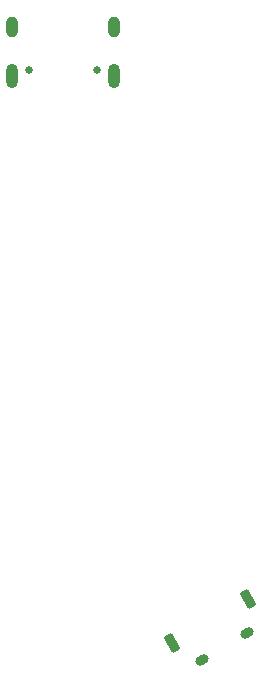
<source format=gbr>
%TF.GenerationSoftware,KiCad,Pcbnew,8.0.1*%
%TF.CreationDate,2024-08-18T17:01:31-04:00*%
%TF.ProjectId,stm32h7,73746d33-3268-4372-9e6b-696361645f70,rev?*%
%TF.SameCoordinates,Original*%
%TF.FileFunction,Soldermask,Bot*%
%TF.FilePolarity,Negative*%
%FSLAX46Y46*%
G04 Gerber Fmt 4.6, Leading zero omitted, Abs format (unit mm)*
G04 Created by KiCad (PCBNEW 8.0.1) date 2024-08-18 17:01:31*
%MOMM*%
%LPD*%
G01*
G04 APERTURE LIST*
G04 Aperture macros list*
%AMRoundRect*
0 Rectangle with rounded corners*
0 $1 Rounding radius*
0 $2 $3 $4 $5 $6 $7 $8 $9 X,Y pos of 4 corners*
0 Add a 4 corners polygon primitive as box body*
4,1,4,$2,$3,$4,$5,$6,$7,$8,$9,$2,$3,0*
0 Add four circle primitives for the rounded corners*
1,1,$1+$1,$2,$3*
1,1,$1+$1,$4,$5*
1,1,$1+$1,$6,$7*
1,1,$1+$1,$8,$9*
0 Add four rect primitives between the rounded corners*
20,1,$1+$1,$2,$3,$4,$5,0*
20,1,$1+$1,$4,$5,$6,$7,0*
20,1,$1+$1,$6,$7,$8,$9,0*
20,1,$1+$1,$8,$9,$2,$3,0*%
%AMHorizOval*
0 Thick line with rounded ends*
0 $1 width*
0 $2 $3 position (X,Y) of the first rounded end (center of the circle)*
0 $4 $5 position (X,Y) of the second rounded end (center of the circle)*
0 Add line between two ends*
20,1,$1,$2,$3,$4,$5,0*
0 Add two circle primitives to create the rounded ends*
1,1,$1,$2,$3*
1,1,$1,$4,$5*%
G04 Aperture macros list end*
%ADD10HorizOval,0.800000X0.173205X0.100000X-0.173205X-0.100000X0*%
%ADD11RoundRect,0.131234X0.101625X-0.713551X0.567141X-0.444785X-0.101625X0.713551X-0.567141X0.444785X0*%
%ADD12C,0.650000*%
%ADD13O,1.000000X2.100000*%
%ADD14O,1.000000X1.800000*%
G04 APERTURE END LIST*
D10*
%TO.C,SW1*%
X141742149Y-97881403D03*
X145630603Y-95636403D03*
D11*
X145650000Y-92750000D03*
X139232752Y-96455000D03*
%TD*%
D12*
%TO.C,J1*%
X132915000Y-47970000D03*
X127135000Y-47970000D03*
D13*
X134345000Y-48490000D03*
D14*
X134345000Y-44290000D03*
D13*
X125705000Y-48490000D03*
D14*
X125705000Y-44290000D03*
%TD*%
M02*

</source>
